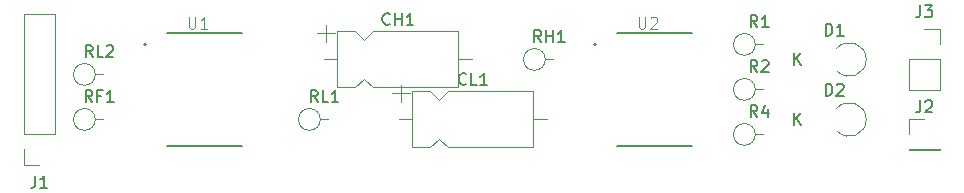
<source format=gbr>
%TF.GenerationSoftware,KiCad,Pcbnew,(5.1.9)-1*%
%TF.CreationDate,2021-04-14T17:12:50-04:00*%
%TF.ProjectId,HeartRateMonitor,48656172-7452-4617-9465-4d6f6e69746f,rev?*%
%TF.SameCoordinates,Original*%
%TF.FileFunction,Legend,Top*%
%TF.FilePolarity,Positive*%
%FSLAX46Y46*%
G04 Gerber Fmt 4.6, Leading zero omitted, Abs format (unit mm)*
G04 Created by KiCad (PCBNEW (5.1.9)-1) date 2021-04-14 17:12:50*
%MOMM*%
%LPD*%
G01*
G04 APERTURE LIST*
%ADD10C,0.120000*%
%ADD11C,0.200000*%
%ADD12C,0.127000*%
%ADD13C,0.150000*%
%ADD14C,0.015000*%
G04 APERTURE END LIST*
D10*
%TO.C,D1*%
X138646150Y-96218866D02*
G75*
G03*
X138586761Y-94350000I1053850J968866D01*
G01*
%TO.C,J3*%
X146050000Y-92650000D02*
X147380000Y-92650000D01*
X147380000Y-92650000D02*
X147380000Y-93980000D01*
X147380000Y-95250000D02*
X147380000Y-97850000D01*
X144720000Y-97850000D02*
X147380000Y-97850000D01*
X144720000Y-95250000D02*
X144720000Y-97850000D01*
X144720000Y-95250000D02*
X147380000Y-95250000D01*
%TO.C,J2*%
X144720000Y-100270000D02*
X146050000Y-100270000D01*
X144720000Y-101600000D02*
X144720000Y-100270000D01*
X144720000Y-102870000D02*
X147380000Y-102870000D01*
X147380000Y-102870000D02*
X147380000Y-102930000D01*
X144720000Y-102870000D02*
X144720000Y-102930000D01*
X144720000Y-102930000D02*
X147380000Y-102930000D01*
%TO.C,J1*%
X71120000Y-104200000D02*
X69790000Y-104200000D01*
X69790000Y-104200000D02*
X69790000Y-102870000D01*
X69790000Y-101600000D02*
X69790000Y-91380000D01*
X72450000Y-91380000D02*
X69790000Y-91380000D01*
X72450000Y-101600000D02*
X72450000Y-91380000D01*
X72450000Y-101600000D02*
X69790000Y-101600000D01*
%TO.C,D2*%
X138646150Y-101298866D02*
G75*
G03*
X138586761Y-99430000I1053850J968866D01*
G01*
D11*
%TO.C,U2*%
X118255000Y-93980000D02*
G75*
G03*
X118255000Y-93980000I-100000J0D01*
G01*
D12*
X120015000Y-92995000D02*
X126365000Y-92995000D01*
X120015000Y-102585000D02*
X126365000Y-102585000D01*
D11*
%TO.C,U1*%
X80155000Y-93980000D02*
G75*
G03*
X80155000Y-93980000I-100000J0D01*
G01*
D12*
X81915000Y-92995000D02*
X88265000Y-92995000D01*
X81915000Y-102585000D02*
X88265000Y-102585000D01*
D10*
%TO.C,RL2*%
X75850000Y-96520000D02*
G75*
G03*
X75850000Y-96520000I-920000J0D01*
G01*
X75850000Y-96520000D02*
X76470000Y-96520000D01*
%TO.C,RL1*%
X94900000Y-100330000D02*
G75*
G03*
X94900000Y-100330000I-920000J0D01*
G01*
X94900000Y-100330000D02*
X95520000Y-100330000D01*
%TO.C,RH1*%
X113950000Y-95250000D02*
G75*
G03*
X113950000Y-95250000I-920000J0D01*
G01*
X113950000Y-95250000D02*
X114570000Y-95250000D01*
%TO.C,RF1*%
X75850000Y-100330000D02*
G75*
G03*
X75850000Y-100330000I-920000J0D01*
G01*
X75850000Y-100330000D02*
X76470000Y-100330000D01*
%TO.C,R4*%
X131730000Y-101600000D02*
G75*
G03*
X131730000Y-101600000I-920000J0D01*
G01*
X131730000Y-101600000D02*
X132350000Y-101600000D01*
%TO.C,R2*%
X131730000Y-97790000D02*
G75*
G03*
X131730000Y-97790000I-920000J0D01*
G01*
X131730000Y-97790000D02*
X132350000Y-97790000D01*
%TO.C,R1*%
X131730000Y-93980000D02*
G75*
G03*
X131730000Y-93980000I-920000J0D01*
G01*
X131730000Y-93980000D02*
X132350000Y-93980000D01*
%TO.C,CL1*%
X100960000Y-98130000D02*
X102460000Y-98130000D01*
X101710000Y-97380000D02*
X101710000Y-98880000D01*
X102710000Y-97960000D02*
X102710000Y-102700000D01*
X112950000Y-97960000D02*
X112950000Y-102700000D01*
X102710000Y-97960000D02*
X104210000Y-97960000D01*
X104210000Y-97960000D02*
X104960000Y-98710000D01*
X104960000Y-98710000D02*
X105710000Y-97960000D01*
X105710000Y-97960000D02*
X112950000Y-97960000D01*
X102710000Y-102700000D02*
X104210000Y-102700000D01*
X104210000Y-102700000D02*
X104960000Y-101950000D01*
X104960000Y-101950000D02*
X105710000Y-102700000D01*
X105710000Y-102700000D02*
X112950000Y-102700000D01*
X101570000Y-100330000D02*
X102710000Y-100330000D01*
X114090000Y-100330000D02*
X112950000Y-100330000D01*
%TO.C,CH1*%
X94610000Y-93050000D02*
X96110000Y-93050000D01*
X95360000Y-92300000D02*
X95360000Y-93800000D01*
X96360000Y-92880000D02*
X96360000Y-97620000D01*
X106600000Y-92880000D02*
X106600000Y-97620000D01*
X96360000Y-92880000D02*
X97860000Y-92880000D01*
X97860000Y-92880000D02*
X98610000Y-93630000D01*
X98610000Y-93630000D02*
X99360000Y-92880000D01*
X99360000Y-92880000D02*
X106600000Y-92880000D01*
X96360000Y-97620000D02*
X97860000Y-97620000D01*
X97860000Y-97620000D02*
X98610000Y-96870000D01*
X98610000Y-96870000D02*
X99360000Y-97620000D01*
X99360000Y-97620000D02*
X106600000Y-97620000D01*
X95220000Y-95250000D02*
X96360000Y-95250000D01*
X107740000Y-95250000D02*
X106600000Y-95250000D01*
%TO.C,D1*%
D13*
X137691904Y-93232380D02*
X137691904Y-92232380D01*
X137930000Y-92232380D01*
X138072857Y-92280000D01*
X138168095Y-92375238D01*
X138215714Y-92470476D01*
X138263333Y-92660952D01*
X138263333Y-92803809D01*
X138215714Y-92994285D01*
X138168095Y-93089523D01*
X138072857Y-93184761D01*
X137930000Y-93232380D01*
X137691904Y-93232380D01*
X139215714Y-93232380D02*
X138644285Y-93232380D01*
X138930000Y-93232380D02*
X138930000Y-92232380D01*
X138834761Y-92375238D01*
X138739523Y-92470476D01*
X138644285Y-92518095D01*
X134998095Y-95702380D02*
X134998095Y-94702380D01*
X135569523Y-95702380D02*
X135140952Y-95130952D01*
X135569523Y-94702380D02*
X134998095Y-95273809D01*
%TO.C,J3*%
X145716666Y-90662380D02*
X145716666Y-91376666D01*
X145669047Y-91519523D01*
X145573809Y-91614761D01*
X145430952Y-91662380D01*
X145335714Y-91662380D01*
X146097619Y-90662380D02*
X146716666Y-90662380D01*
X146383333Y-91043333D01*
X146526190Y-91043333D01*
X146621428Y-91090952D01*
X146669047Y-91138571D01*
X146716666Y-91233809D01*
X146716666Y-91471904D01*
X146669047Y-91567142D01*
X146621428Y-91614761D01*
X146526190Y-91662380D01*
X146240476Y-91662380D01*
X146145238Y-91614761D01*
X146097619Y-91567142D01*
%TO.C,J2*%
X145716666Y-98722380D02*
X145716666Y-99436666D01*
X145669047Y-99579523D01*
X145573809Y-99674761D01*
X145430952Y-99722380D01*
X145335714Y-99722380D01*
X146145238Y-98817619D02*
X146192857Y-98770000D01*
X146288095Y-98722380D01*
X146526190Y-98722380D01*
X146621428Y-98770000D01*
X146669047Y-98817619D01*
X146716666Y-98912857D01*
X146716666Y-99008095D01*
X146669047Y-99150952D01*
X146097619Y-99722380D01*
X146716666Y-99722380D01*
%TO.C,J1*%
X70786666Y-105092380D02*
X70786666Y-105806666D01*
X70739047Y-105949523D01*
X70643809Y-106044761D01*
X70500952Y-106092380D01*
X70405714Y-106092380D01*
X71786666Y-106092380D02*
X71215238Y-106092380D01*
X71500952Y-106092380D02*
X71500952Y-105092380D01*
X71405714Y-105235238D01*
X71310476Y-105330476D01*
X71215238Y-105378095D01*
%TO.C,D2*%
X137691904Y-98312380D02*
X137691904Y-97312380D01*
X137930000Y-97312380D01*
X138072857Y-97360000D01*
X138168095Y-97455238D01*
X138215714Y-97550476D01*
X138263333Y-97740952D01*
X138263333Y-97883809D01*
X138215714Y-98074285D01*
X138168095Y-98169523D01*
X138072857Y-98264761D01*
X137930000Y-98312380D01*
X137691904Y-98312380D01*
X138644285Y-97407619D02*
X138691904Y-97360000D01*
X138787142Y-97312380D01*
X139025238Y-97312380D01*
X139120476Y-97360000D01*
X139168095Y-97407619D01*
X139215714Y-97502857D01*
X139215714Y-97598095D01*
X139168095Y-97740952D01*
X138596666Y-98312380D01*
X139215714Y-98312380D01*
X134998095Y-100782380D02*
X134998095Y-99782380D01*
X135569523Y-100782380D02*
X135140952Y-100210952D01*
X135569523Y-99782380D02*
X134998095Y-100353809D01*
%TO.C,U2*%
D14*
X121863095Y-91635380D02*
X121863095Y-92444904D01*
X121910714Y-92540142D01*
X121958333Y-92587761D01*
X122053571Y-92635380D01*
X122244047Y-92635380D01*
X122339285Y-92587761D01*
X122386904Y-92540142D01*
X122434523Y-92444904D01*
X122434523Y-91635380D01*
X122863095Y-91730619D02*
X122910714Y-91683000D01*
X123005952Y-91635380D01*
X123244047Y-91635380D01*
X123339285Y-91683000D01*
X123386904Y-91730619D01*
X123434523Y-91825857D01*
X123434523Y-91921095D01*
X123386904Y-92063952D01*
X122815476Y-92635380D01*
X123434523Y-92635380D01*
%TO.C,U1*%
X83763095Y-91635380D02*
X83763095Y-92444904D01*
X83810714Y-92540142D01*
X83858333Y-92587761D01*
X83953571Y-92635380D01*
X84144047Y-92635380D01*
X84239285Y-92587761D01*
X84286904Y-92540142D01*
X84334523Y-92444904D01*
X84334523Y-91635380D01*
X85334523Y-92635380D02*
X84763095Y-92635380D01*
X85048809Y-92635380D02*
X85048809Y-91635380D01*
X84953571Y-91778238D01*
X84858333Y-91873476D01*
X84763095Y-91921095D01*
%TO.C,RL2*%
D13*
X75628571Y-95052380D02*
X75295238Y-94576190D01*
X75057142Y-95052380D02*
X75057142Y-94052380D01*
X75438095Y-94052380D01*
X75533333Y-94100000D01*
X75580952Y-94147619D01*
X75628571Y-94242857D01*
X75628571Y-94385714D01*
X75580952Y-94480952D01*
X75533333Y-94528571D01*
X75438095Y-94576190D01*
X75057142Y-94576190D01*
X76533333Y-95052380D02*
X76057142Y-95052380D01*
X76057142Y-94052380D01*
X76819047Y-94147619D02*
X76866666Y-94100000D01*
X76961904Y-94052380D01*
X77200000Y-94052380D01*
X77295238Y-94100000D01*
X77342857Y-94147619D01*
X77390476Y-94242857D01*
X77390476Y-94338095D01*
X77342857Y-94480952D01*
X76771428Y-95052380D01*
X77390476Y-95052380D01*
%TO.C,RL1*%
X94678571Y-98862380D02*
X94345238Y-98386190D01*
X94107142Y-98862380D02*
X94107142Y-97862380D01*
X94488095Y-97862380D01*
X94583333Y-97910000D01*
X94630952Y-97957619D01*
X94678571Y-98052857D01*
X94678571Y-98195714D01*
X94630952Y-98290952D01*
X94583333Y-98338571D01*
X94488095Y-98386190D01*
X94107142Y-98386190D01*
X95583333Y-98862380D02*
X95107142Y-98862380D01*
X95107142Y-97862380D01*
X96440476Y-98862380D02*
X95869047Y-98862380D01*
X96154761Y-98862380D02*
X96154761Y-97862380D01*
X96059523Y-98005238D01*
X95964285Y-98100476D01*
X95869047Y-98148095D01*
%TO.C,RH1*%
X113609523Y-93782380D02*
X113276190Y-93306190D01*
X113038095Y-93782380D02*
X113038095Y-92782380D01*
X113419047Y-92782380D01*
X113514285Y-92830000D01*
X113561904Y-92877619D01*
X113609523Y-92972857D01*
X113609523Y-93115714D01*
X113561904Y-93210952D01*
X113514285Y-93258571D01*
X113419047Y-93306190D01*
X113038095Y-93306190D01*
X114038095Y-93782380D02*
X114038095Y-92782380D01*
X114038095Y-93258571D02*
X114609523Y-93258571D01*
X114609523Y-93782380D02*
X114609523Y-92782380D01*
X115609523Y-93782380D02*
X115038095Y-93782380D01*
X115323809Y-93782380D02*
X115323809Y-92782380D01*
X115228571Y-92925238D01*
X115133333Y-93020476D01*
X115038095Y-93068095D01*
%TO.C,RF1*%
X75604761Y-98862380D02*
X75271428Y-98386190D01*
X75033333Y-98862380D02*
X75033333Y-97862380D01*
X75414285Y-97862380D01*
X75509523Y-97910000D01*
X75557142Y-97957619D01*
X75604761Y-98052857D01*
X75604761Y-98195714D01*
X75557142Y-98290952D01*
X75509523Y-98338571D01*
X75414285Y-98386190D01*
X75033333Y-98386190D01*
X76366666Y-98338571D02*
X76033333Y-98338571D01*
X76033333Y-98862380D02*
X76033333Y-97862380D01*
X76509523Y-97862380D01*
X77414285Y-98862380D02*
X76842857Y-98862380D01*
X77128571Y-98862380D02*
X77128571Y-97862380D01*
X77033333Y-98005238D01*
X76938095Y-98100476D01*
X76842857Y-98148095D01*
%TO.C,R4*%
X131913333Y-100132380D02*
X131580000Y-99656190D01*
X131341904Y-100132380D02*
X131341904Y-99132380D01*
X131722857Y-99132380D01*
X131818095Y-99180000D01*
X131865714Y-99227619D01*
X131913333Y-99322857D01*
X131913333Y-99465714D01*
X131865714Y-99560952D01*
X131818095Y-99608571D01*
X131722857Y-99656190D01*
X131341904Y-99656190D01*
X132770476Y-99465714D02*
X132770476Y-100132380D01*
X132532380Y-99084761D02*
X132294285Y-99799047D01*
X132913333Y-99799047D01*
%TO.C,R2*%
X131913333Y-96322380D02*
X131580000Y-95846190D01*
X131341904Y-96322380D02*
X131341904Y-95322380D01*
X131722857Y-95322380D01*
X131818095Y-95370000D01*
X131865714Y-95417619D01*
X131913333Y-95512857D01*
X131913333Y-95655714D01*
X131865714Y-95750952D01*
X131818095Y-95798571D01*
X131722857Y-95846190D01*
X131341904Y-95846190D01*
X132294285Y-95417619D02*
X132341904Y-95370000D01*
X132437142Y-95322380D01*
X132675238Y-95322380D01*
X132770476Y-95370000D01*
X132818095Y-95417619D01*
X132865714Y-95512857D01*
X132865714Y-95608095D01*
X132818095Y-95750952D01*
X132246666Y-96322380D01*
X132865714Y-96322380D01*
%TO.C,R1*%
X131913333Y-92512380D02*
X131580000Y-92036190D01*
X131341904Y-92512380D02*
X131341904Y-91512380D01*
X131722857Y-91512380D01*
X131818095Y-91560000D01*
X131865714Y-91607619D01*
X131913333Y-91702857D01*
X131913333Y-91845714D01*
X131865714Y-91940952D01*
X131818095Y-91988571D01*
X131722857Y-92036190D01*
X131341904Y-92036190D01*
X132865714Y-92512380D02*
X132294285Y-92512380D01*
X132580000Y-92512380D02*
X132580000Y-91512380D01*
X132484761Y-91655238D01*
X132389523Y-91750476D01*
X132294285Y-91798095D01*
%TO.C,CL1*%
X107258571Y-97317142D02*
X107210952Y-97364761D01*
X107068095Y-97412380D01*
X106972857Y-97412380D01*
X106830000Y-97364761D01*
X106734761Y-97269523D01*
X106687142Y-97174285D01*
X106639523Y-96983809D01*
X106639523Y-96840952D01*
X106687142Y-96650476D01*
X106734761Y-96555238D01*
X106830000Y-96460000D01*
X106972857Y-96412380D01*
X107068095Y-96412380D01*
X107210952Y-96460000D01*
X107258571Y-96507619D01*
X108163333Y-97412380D02*
X107687142Y-97412380D01*
X107687142Y-96412380D01*
X109020476Y-97412380D02*
X108449047Y-97412380D01*
X108734761Y-97412380D02*
X108734761Y-96412380D01*
X108639523Y-96555238D01*
X108544285Y-96650476D01*
X108449047Y-96698095D01*
%TO.C,CH1*%
X100789523Y-92237142D02*
X100741904Y-92284761D01*
X100599047Y-92332380D01*
X100503809Y-92332380D01*
X100360952Y-92284761D01*
X100265714Y-92189523D01*
X100218095Y-92094285D01*
X100170476Y-91903809D01*
X100170476Y-91760952D01*
X100218095Y-91570476D01*
X100265714Y-91475238D01*
X100360952Y-91380000D01*
X100503809Y-91332380D01*
X100599047Y-91332380D01*
X100741904Y-91380000D01*
X100789523Y-91427619D01*
X101218095Y-92332380D02*
X101218095Y-91332380D01*
X101218095Y-91808571D02*
X101789523Y-91808571D01*
X101789523Y-92332380D02*
X101789523Y-91332380D01*
X102789523Y-92332380D02*
X102218095Y-92332380D01*
X102503809Y-92332380D02*
X102503809Y-91332380D01*
X102408571Y-91475238D01*
X102313333Y-91570476D01*
X102218095Y-91618095D01*
%TD*%
M02*

</source>
